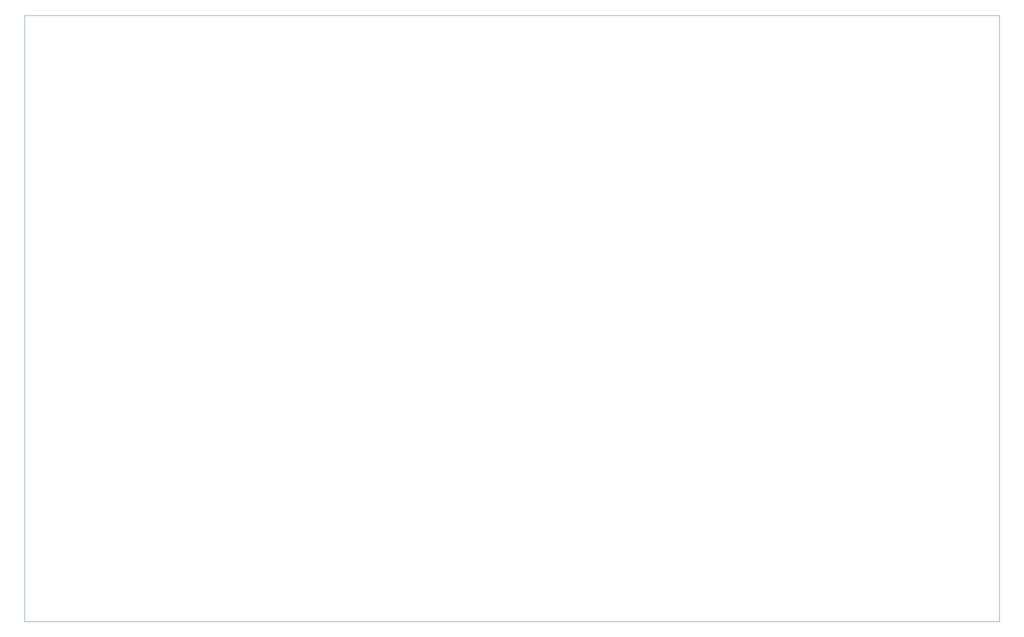
<source format=gbr>
%TF.GenerationSoftware,KiCad,Pcbnew,(6.0.10)*%
%TF.CreationDate,2023-01-25T18:59:45+01:00*%
%TF.ProjectId,MagicGame,4d616769-6347-4616-9d65-2e6b69636164,1.0*%
%TF.SameCoordinates,Original*%
%TF.FileFunction,Profile,NP*%
%FSLAX46Y46*%
G04 Gerber Fmt 4.6, Leading zero omitted, Abs format (unit mm)*
G04 Created by KiCad (PCBNEW (6.0.10)) date 2023-01-25 18:59:45*
%MOMM*%
%LPD*%
G01*
G04 APERTURE LIST*
%TA.AperFunction,Profile*%
%ADD10C,0.100000*%
%TD*%
G04 APERTURE END LIST*
D10*
X48260000Y-25400000D02*
X256540000Y-25400000D01*
X256540000Y-25400000D02*
X256540000Y-154940000D01*
X256540000Y-154940000D02*
X48260000Y-154940000D01*
X48260000Y-154940000D02*
X48260000Y-25400000D01*
M02*

</source>
